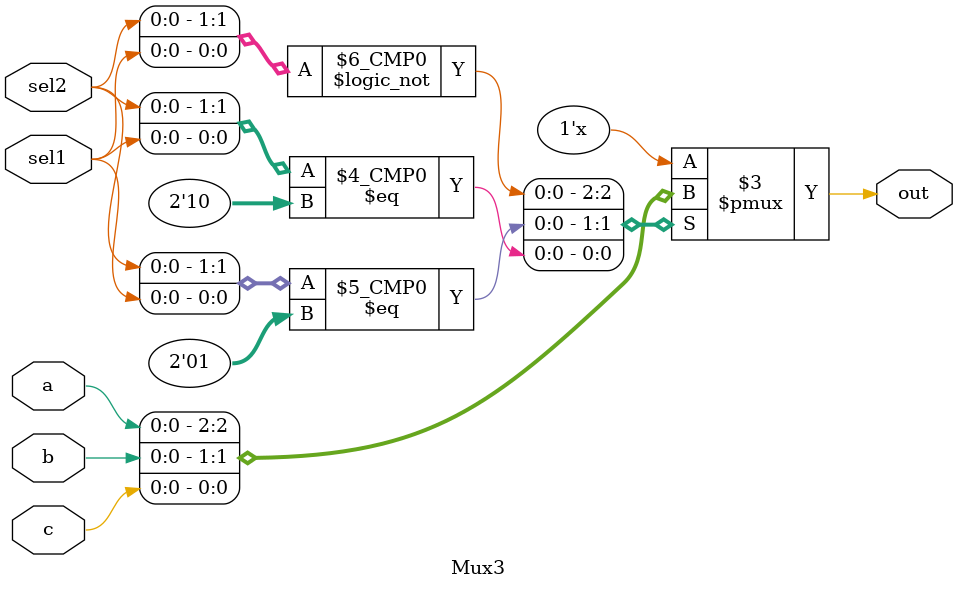
<source format=sv>
module Mux3 (
    input  logic sel1,
    input  logic sel2,
    input  logic a,
    input  logic b,
    input  logic c,
    output logic out
);

  // don't need this because we are using a scanchain now
  // logic sel_bit;
  // always @(posedge clk) begin
  //   if (reset) sel_bit <= 0;
  //   else sel_bit <= sel;
  // end

  always_comb begin
    case({sel2, sel1})
      2'b00: out = a;
      2'b01: out = b;
      2'b10: out = c;
      default: out = 1'bz;
    endcase
  end

endmodule

</source>
